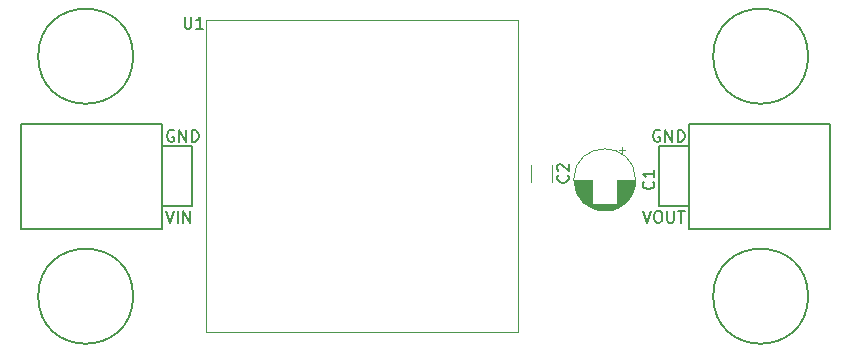
<source format=gbr>
%TF.GenerationSoftware,KiCad,Pcbnew,7.0.5*%
%TF.CreationDate,2023-10-04T22:36:29-05:00*%
%TF.ProjectId,24V Regulator Breakout,32345620-5265-4677-956c-61746f722042,rev?*%
%TF.SameCoordinates,Original*%
%TF.FileFunction,Legend,Top*%
%TF.FilePolarity,Positive*%
%FSLAX46Y46*%
G04 Gerber Fmt 4.6, Leading zero omitted, Abs format (unit mm)*
G04 Created by KiCad (PCBNEW 7.0.5) date 2023-10-04 22:36:29*
%MOMM*%
%LPD*%
G01*
G04 APERTURE LIST*
%ADD10C,0.150000*%
%ADD11C,0.120000*%
G04 APERTURE END LIST*
D10*
X76647922Y-63893819D02*
X76981255Y-64893819D01*
X76981255Y-64893819D02*
X77314588Y-63893819D01*
X77647922Y-64893819D02*
X77647922Y-63893819D01*
X78124112Y-64893819D02*
X78124112Y-63893819D01*
X78124112Y-63893819D02*
X78695540Y-64893819D01*
X78695540Y-64893819D02*
X78695540Y-63893819D01*
X118462588Y-57083438D02*
X118367350Y-57035819D01*
X118367350Y-57035819D02*
X118224493Y-57035819D01*
X118224493Y-57035819D02*
X118081636Y-57083438D01*
X118081636Y-57083438D02*
X117986398Y-57178676D01*
X117986398Y-57178676D02*
X117938779Y-57273914D01*
X117938779Y-57273914D02*
X117891160Y-57464390D01*
X117891160Y-57464390D02*
X117891160Y-57607247D01*
X117891160Y-57607247D02*
X117938779Y-57797723D01*
X117938779Y-57797723D02*
X117986398Y-57892961D01*
X117986398Y-57892961D02*
X118081636Y-57988200D01*
X118081636Y-57988200D02*
X118224493Y-58035819D01*
X118224493Y-58035819D02*
X118319731Y-58035819D01*
X118319731Y-58035819D02*
X118462588Y-57988200D01*
X118462588Y-57988200D02*
X118510207Y-57940580D01*
X118510207Y-57940580D02*
X118510207Y-57607247D01*
X118510207Y-57607247D02*
X118319731Y-57607247D01*
X118938779Y-58035819D02*
X118938779Y-57035819D01*
X118938779Y-57035819D02*
X119510207Y-58035819D01*
X119510207Y-58035819D02*
X119510207Y-57035819D01*
X119986398Y-58035819D02*
X119986398Y-57035819D01*
X119986398Y-57035819D02*
X120224493Y-57035819D01*
X120224493Y-57035819D02*
X120367350Y-57083438D01*
X120367350Y-57083438D02*
X120462588Y-57178676D01*
X120462588Y-57178676D02*
X120510207Y-57273914D01*
X120510207Y-57273914D02*
X120557826Y-57464390D01*
X120557826Y-57464390D02*
X120557826Y-57607247D01*
X120557826Y-57607247D02*
X120510207Y-57797723D01*
X120510207Y-57797723D02*
X120462588Y-57892961D01*
X120462588Y-57892961D02*
X120367350Y-57988200D01*
X120367350Y-57988200D02*
X120224493Y-58035819D01*
X120224493Y-58035819D02*
X119986398Y-58035819D01*
X77314588Y-57083438D02*
X77219350Y-57035819D01*
X77219350Y-57035819D02*
X77076493Y-57035819D01*
X77076493Y-57035819D02*
X76933636Y-57083438D01*
X76933636Y-57083438D02*
X76838398Y-57178676D01*
X76838398Y-57178676D02*
X76790779Y-57273914D01*
X76790779Y-57273914D02*
X76743160Y-57464390D01*
X76743160Y-57464390D02*
X76743160Y-57607247D01*
X76743160Y-57607247D02*
X76790779Y-57797723D01*
X76790779Y-57797723D02*
X76838398Y-57892961D01*
X76838398Y-57892961D02*
X76933636Y-57988200D01*
X76933636Y-57988200D02*
X77076493Y-58035819D01*
X77076493Y-58035819D02*
X77171731Y-58035819D01*
X77171731Y-58035819D02*
X77314588Y-57988200D01*
X77314588Y-57988200D02*
X77362207Y-57940580D01*
X77362207Y-57940580D02*
X77362207Y-57607247D01*
X77362207Y-57607247D02*
X77171731Y-57607247D01*
X77790779Y-58035819D02*
X77790779Y-57035819D01*
X77790779Y-57035819D02*
X78362207Y-58035819D01*
X78362207Y-58035819D02*
X78362207Y-57035819D01*
X78838398Y-58035819D02*
X78838398Y-57035819D01*
X78838398Y-57035819D02*
X79076493Y-57035819D01*
X79076493Y-57035819D02*
X79219350Y-57083438D01*
X79219350Y-57083438D02*
X79314588Y-57178676D01*
X79314588Y-57178676D02*
X79362207Y-57273914D01*
X79362207Y-57273914D02*
X79409826Y-57464390D01*
X79409826Y-57464390D02*
X79409826Y-57607247D01*
X79409826Y-57607247D02*
X79362207Y-57797723D01*
X79362207Y-57797723D02*
X79314588Y-57892961D01*
X79314588Y-57892961D02*
X79219350Y-57988200D01*
X79219350Y-57988200D02*
X79076493Y-58035819D01*
X79076493Y-58035819D02*
X78838398Y-58035819D01*
X117033922Y-63893819D02*
X117367255Y-64893819D01*
X117367255Y-64893819D02*
X117700588Y-63893819D01*
X118224398Y-63893819D02*
X118414874Y-63893819D01*
X118414874Y-63893819D02*
X118510112Y-63941438D01*
X118510112Y-63941438D02*
X118605350Y-64036676D01*
X118605350Y-64036676D02*
X118652969Y-64227152D01*
X118652969Y-64227152D02*
X118652969Y-64560485D01*
X118652969Y-64560485D02*
X118605350Y-64750961D01*
X118605350Y-64750961D02*
X118510112Y-64846200D01*
X118510112Y-64846200D02*
X118414874Y-64893819D01*
X118414874Y-64893819D02*
X118224398Y-64893819D01*
X118224398Y-64893819D02*
X118129160Y-64846200D01*
X118129160Y-64846200D02*
X118033922Y-64750961D01*
X118033922Y-64750961D02*
X117986303Y-64560485D01*
X117986303Y-64560485D02*
X117986303Y-64227152D01*
X117986303Y-64227152D02*
X118033922Y-64036676D01*
X118033922Y-64036676D02*
X118129160Y-63941438D01*
X118129160Y-63941438D02*
X118224398Y-63893819D01*
X119081541Y-63893819D02*
X119081541Y-64703342D01*
X119081541Y-64703342D02*
X119129160Y-64798580D01*
X119129160Y-64798580D02*
X119176779Y-64846200D01*
X119176779Y-64846200D02*
X119272017Y-64893819D01*
X119272017Y-64893819D02*
X119462493Y-64893819D01*
X119462493Y-64893819D02*
X119557731Y-64846200D01*
X119557731Y-64846200D02*
X119605350Y-64798580D01*
X119605350Y-64798580D02*
X119652969Y-64703342D01*
X119652969Y-64703342D02*
X119652969Y-63893819D01*
X119986303Y-63893819D02*
X120557731Y-63893819D01*
X120272017Y-64893819D02*
X120272017Y-63893819D01*
%TO.C,U1*%
X78232095Y-47460819D02*
X78232095Y-48270342D01*
X78232095Y-48270342D02*
X78279714Y-48365580D01*
X78279714Y-48365580D02*
X78327333Y-48413200D01*
X78327333Y-48413200D02*
X78422571Y-48460819D01*
X78422571Y-48460819D02*
X78613047Y-48460819D01*
X78613047Y-48460819D02*
X78708285Y-48413200D01*
X78708285Y-48413200D02*
X78755904Y-48365580D01*
X78755904Y-48365580D02*
X78803523Y-48270342D01*
X78803523Y-48270342D02*
X78803523Y-47460819D01*
X79803523Y-48460819D02*
X79232095Y-48460819D01*
X79517809Y-48460819D02*
X79517809Y-47460819D01*
X79517809Y-47460819D02*
X79422571Y-47603676D01*
X79422571Y-47603676D02*
X79327333Y-47698914D01*
X79327333Y-47698914D02*
X79232095Y-47746533D01*
%TO.C,C2*%
X110667580Y-60872666D02*
X110715200Y-60920285D01*
X110715200Y-60920285D02*
X110762819Y-61063142D01*
X110762819Y-61063142D02*
X110762819Y-61158380D01*
X110762819Y-61158380D02*
X110715200Y-61301237D01*
X110715200Y-61301237D02*
X110619961Y-61396475D01*
X110619961Y-61396475D02*
X110524723Y-61444094D01*
X110524723Y-61444094D02*
X110334247Y-61491713D01*
X110334247Y-61491713D02*
X110191390Y-61491713D01*
X110191390Y-61491713D02*
X110000914Y-61444094D01*
X110000914Y-61444094D02*
X109905676Y-61396475D01*
X109905676Y-61396475D02*
X109810438Y-61301237D01*
X109810438Y-61301237D02*
X109762819Y-61158380D01*
X109762819Y-61158380D02*
X109762819Y-61063142D01*
X109762819Y-61063142D02*
X109810438Y-60920285D01*
X109810438Y-60920285D02*
X109858057Y-60872666D01*
X109858057Y-60491713D02*
X109810438Y-60444094D01*
X109810438Y-60444094D02*
X109762819Y-60348856D01*
X109762819Y-60348856D02*
X109762819Y-60110761D01*
X109762819Y-60110761D02*
X109810438Y-60015523D01*
X109810438Y-60015523D02*
X109858057Y-59967904D01*
X109858057Y-59967904D02*
X109953295Y-59920285D01*
X109953295Y-59920285D02*
X110048533Y-59920285D01*
X110048533Y-59920285D02*
X110191390Y-59967904D01*
X110191390Y-59967904D02*
X110762819Y-60539332D01*
X110762819Y-60539332D02*
X110762819Y-59920285D01*
%TO.C,C1*%
X117901580Y-61425554D02*
X117949200Y-61473173D01*
X117949200Y-61473173D02*
X117996819Y-61616030D01*
X117996819Y-61616030D02*
X117996819Y-61711268D01*
X117996819Y-61711268D02*
X117949200Y-61854125D01*
X117949200Y-61854125D02*
X117853961Y-61949363D01*
X117853961Y-61949363D02*
X117758723Y-61996982D01*
X117758723Y-61996982D02*
X117568247Y-62044601D01*
X117568247Y-62044601D02*
X117425390Y-62044601D01*
X117425390Y-62044601D02*
X117234914Y-61996982D01*
X117234914Y-61996982D02*
X117139676Y-61949363D01*
X117139676Y-61949363D02*
X117044438Y-61854125D01*
X117044438Y-61854125D02*
X116996819Y-61711268D01*
X116996819Y-61711268D02*
X116996819Y-61616030D01*
X116996819Y-61616030D02*
X117044438Y-61473173D01*
X117044438Y-61473173D02*
X117092057Y-61425554D01*
X117996819Y-60473173D02*
X117996819Y-61044601D01*
X117996819Y-60758887D02*
X116996819Y-60758887D01*
X116996819Y-60758887D02*
X117139676Y-60854125D01*
X117139676Y-60854125D02*
X117234914Y-60949363D01*
X117234914Y-60949363D02*
X117282533Y-61044601D01*
%TO.C,V4*%
X73868283Y-71120000D02*
G75*
G03*
X73868283Y-71120000I-4018283J0D01*
G01*
%TO.C,V1*%
X73868283Y-50800000D02*
G75*
G03*
X73868283Y-50800000I-4018283J0D01*
G01*
D11*
%TO.C,U1*%
X80010000Y-47752000D02*
X106426000Y-47752000D01*
X106426000Y-47752000D02*
X106426000Y-74168000D01*
X106426000Y-74168000D02*
X80010000Y-74168000D01*
X80010000Y-74168000D02*
X80010000Y-47752000D01*
D10*
%TO.C,V2*%
X131018283Y-71120000D02*
G75*
G03*
X131018283Y-71120000I-4018283J0D01*
G01*
D11*
%TO.C,C2*%
X109368000Y-59994748D02*
X109368000Y-61417252D01*
X107548000Y-59994748D02*
X107548000Y-61417252D01*
%TO.C,C1*%
X115267000Y-58454113D02*
X115267000Y-58954113D01*
X115517000Y-58704113D02*
X115017000Y-58704113D01*
X116372000Y-61258888D02*
X114832000Y-61258888D01*
X112752000Y-61258888D02*
X111212000Y-61258888D01*
X116372000Y-61298888D02*
X114832000Y-61298888D01*
X112752000Y-61298888D02*
X111212000Y-61298888D01*
X116371000Y-61338888D02*
X114832000Y-61338888D01*
X112752000Y-61338888D02*
X111213000Y-61338888D01*
X116370000Y-61378888D02*
X114832000Y-61378888D01*
X112752000Y-61378888D02*
X111214000Y-61378888D01*
X116368000Y-61418888D02*
X114832000Y-61418888D01*
X112752000Y-61418888D02*
X111216000Y-61418888D01*
X116365000Y-61458888D02*
X114832000Y-61458888D01*
X112752000Y-61458888D02*
X111219000Y-61458888D01*
X116361000Y-61498888D02*
X114832000Y-61498888D01*
X112752000Y-61498888D02*
X111223000Y-61498888D01*
X116357000Y-61538888D02*
X114832000Y-61538888D01*
X112752000Y-61538888D02*
X111227000Y-61538888D01*
X116353000Y-61578888D02*
X114832000Y-61578888D01*
X112752000Y-61578888D02*
X111231000Y-61578888D01*
X116348000Y-61618888D02*
X114832000Y-61618888D01*
X112752000Y-61618888D02*
X111236000Y-61618888D01*
X116342000Y-61658888D02*
X114832000Y-61658888D01*
X112752000Y-61658888D02*
X111242000Y-61658888D01*
X116335000Y-61698888D02*
X114832000Y-61698888D01*
X112752000Y-61698888D02*
X111249000Y-61698888D01*
X116328000Y-61738888D02*
X114832000Y-61738888D01*
X112752000Y-61738888D02*
X111256000Y-61738888D01*
X116320000Y-61778888D02*
X114832000Y-61778888D01*
X112752000Y-61778888D02*
X111264000Y-61778888D01*
X116312000Y-61818888D02*
X114832000Y-61818888D01*
X112752000Y-61818888D02*
X111272000Y-61818888D01*
X116303000Y-61858888D02*
X114832000Y-61858888D01*
X112752000Y-61858888D02*
X111281000Y-61858888D01*
X116293000Y-61898888D02*
X114832000Y-61898888D01*
X112752000Y-61898888D02*
X111291000Y-61898888D01*
X116283000Y-61938888D02*
X114832000Y-61938888D01*
X112752000Y-61938888D02*
X111301000Y-61938888D01*
X116272000Y-61979888D02*
X114832000Y-61979888D01*
X112752000Y-61979888D02*
X111312000Y-61979888D01*
X116260000Y-62019888D02*
X114832000Y-62019888D01*
X112752000Y-62019888D02*
X111324000Y-62019888D01*
X116247000Y-62059888D02*
X114832000Y-62059888D01*
X112752000Y-62059888D02*
X111337000Y-62059888D01*
X116234000Y-62099888D02*
X114832000Y-62099888D01*
X112752000Y-62099888D02*
X111350000Y-62099888D01*
X116220000Y-62139888D02*
X114832000Y-62139888D01*
X112752000Y-62139888D02*
X111364000Y-62139888D01*
X116206000Y-62179888D02*
X114832000Y-62179888D01*
X112752000Y-62179888D02*
X111378000Y-62179888D01*
X116190000Y-62219888D02*
X114832000Y-62219888D01*
X112752000Y-62219888D02*
X111394000Y-62219888D01*
X116174000Y-62259888D02*
X114832000Y-62259888D01*
X112752000Y-62259888D02*
X111410000Y-62259888D01*
X116157000Y-62299888D02*
X114832000Y-62299888D01*
X112752000Y-62299888D02*
X111427000Y-62299888D01*
X116140000Y-62339888D02*
X114832000Y-62339888D01*
X112752000Y-62339888D02*
X111444000Y-62339888D01*
X116121000Y-62379888D02*
X114832000Y-62379888D01*
X112752000Y-62379888D02*
X111463000Y-62379888D01*
X116102000Y-62419888D02*
X114832000Y-62419888D01*
X112752000Y-62419888D02*
X111482000Y-62419888D01*
X116082000Y-62459888D02*
X114832000Y-62459888D01*
X112752000Y-62459888D02*
X111502000Y-62459888D01*
X116060000Y-62499888D02*
X114832000Y-62499888D01*
X112752000Y-62499888D02*
X111524000Y-62499888D01*
X116039000Y-62539888D02*
X114832000Y-62539888D01*
X112752000Y-62539888D02*
X111545000Y-62539888D01*
X116016000Y-62579888D02*
X114832000Y-62579888D01*
X112752000Y-62579888D02*
X111568000Y-62579888D01*
X115992000Y-62619888D02*
X114832000Y-62619888D01*
X112752000Y-62619888D02*
X111592000Y-62619888D01*
X115967000Y-62659888D02*
X114832000Y-62659888D01*
X112752000Y-62659888D02*
X111617000Y-62659888D01*
X115941000Y-62699888D02*
X114832000Y-62699888D01*
X112752000Y-62699888D02*
X111643000Y-62699888D01*
X115914000Y-62739888D02*
X114832000Y-62739888D01*
X112752000Y-62739888D02*
X111670000Y-62739888D01*
X115887000Y-62779888D02*
X114832000Y-62779888D01*
X112752000Y-62779888D02*
X111697000Y-62779888D01*
X115857000Y-62819888D02*
X114832000Y-62819888D01*
X112752000Y-62819888D02*
X111727000Y-62819888D01*
X115827000Y-62859888D02*
X114832000Y-62859888D01*
X112752000Y-62859888D02*
X111757000Y-62859888D01*
X115796000Y-62899888D02*
X114832000Y-62899888D01*
X112752000Y-62899888D02*
X111788000Y-62899888D01*
X115763000Y-62939888D02*
X114832000Y-62939888D01*
X112752000Y-62939888D02*
X111821000Y-62939888D01*
X115729000Y-62979888D02*
X114832000Y-62979888D01*
X112752000Y-62979888D02*
X111855000Y-62979888D01*
X115693000Y-63019888D02*
X114832000Y-63019888D01*
X112752000Y-63019888D02*
X111891000Y-63019888D01*
X115656000Y-63059888D02*
X114832000Y-63059888D01*
X112752000Y-63059888D02*
X111928000Y-63059888D01*
X115618000Y-63099888D02*
X114832000Y-63099888D01*
X112752000Y-63099888D02*
X111966000Y-63099888D01*
X115577000Y-63139888D02*
X114832000Y-63139888D01*
X112752000Y-63139888D02*
X112007000Y-63139888D01*
X115535000Y-63179888D02*
X114832000Y-63179888D01*
X112752000Y-63179888D02*
X112049000Y-63179888D01*
X115491000Y-63219888D02*
X114832000Y-63219888D01*
X112752000Y-63219888D02*
X112093000Y-63219888D01*
X115445000Y-63259888D02*
X114832000Y-63259888D01*
X112752000Y-63259888D02*
X112139000Y-63259888D01*
X115397000Y-63299888D02*
X112187000Y-63299888D01*
X115346000Y-63339888D02*
X112238000Y-63339888D01*
X115292000Y-63379888D02*
X112292000Y-63379888D01*
X115235000Y-63419888D02*
X112349000Y-63419888D01*
X115175000Y-63459888D02*
X112409000Y-63459888D01*
X115111000Y-63499888D02*
X112473000Y-63499888D01*
X115043000Y-63539888D02*
X112541000Y-63539888D01*
X114970000Y-63579888D02*
X112614000Y-63579888D01*
X114890000Y-63619888D02*
X112694000Y-63619888D01*
X114803000Y-63659888D02*
X112781000Y-63659888D01*
X114707000Y-63699888D02*
X112877000Y-63699888D01*
X114597000Y-63739888D02*
X112987000Y-63739888D01*
X114469000Y-63779888D02*
X113115000Y-63779888D01*
X114310000Y-63819888D02*
X113274000Y-63819888D01*
X114076000Y-63859888D02*
X113508000Y-63859888D01*
X116412000Y-61258888D02*
G75*
G03*
X116412000Y-61258888I-2620000J0D01*
G01*
D10*
%TO.C,Conn1*%
X132842000Y-56515000D02*
X132842000Y-65405000D01*
X120904000Y-56515000D02*
X132842000Y-56515000D01*
X120904000Y-56515000D02*
X120904000Y-65405000D01*
X118364000Y-58420000D02*
X120904000Y-58420000D01*
X120904000Y-63500000D02*
X118364000Y-63500000D01*
X118364000Y-63500000D02*
X118364000Y-58420000D01*
X120904000Y-65405000D02*
X132842000Y-65405000D01*
%TO.C,Conn2*%
X64389000Y-65405000D02*
X64389000Y-56515000D01*
X76327000Y-65405000D02*
X64389000Y-65405000D01*
X76327000Y-65405000D02*
X76327000Y-56515000D01*
X78867000Y-63500000D02*
X76327000Y-63500000D01*
X76327000Y-58420000D02*
X78867000Y-58420000D01*
X78867000Y-58420000D02*
X78867000Y-63500000D01*
X76327000Y-56515000D02*
X64389000Y-56515000D01*
%TO.C,V3*%
X131018283Y-50800000D02*
G75*
G03*
X131018283Y-50800000I-4018283J0D01*
G01*
%TD*%
M02*

</source>
